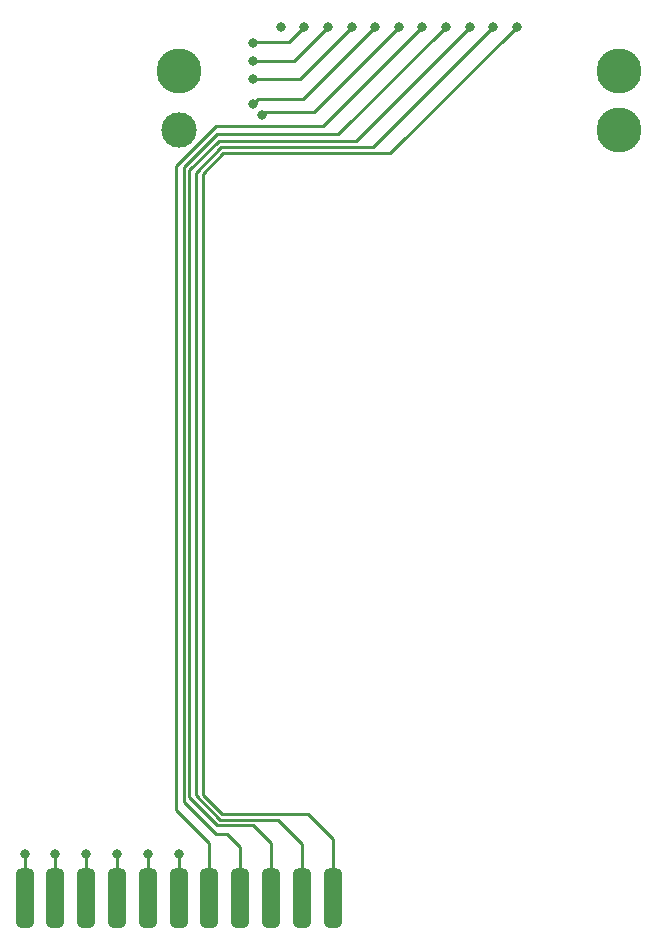
<source format=gbl>
G04 #@! TF.GenerationSoftware,KiCad,Pcbnew,7.0.7*
G04 #@! TF.CreationDate,2024-12-02T13:55:21+01:00*
G04 #@! TF.ProjectId,Finger_FSR_V1_height,46696e67-6572-45f4-9653-525f56315f68,rev?*
G04 #@! TF.SameCoordinates,Original*
G04 #@! TF.FileFunction,Copper,L2,Bot*
G04 #@! TF.FilePolarity,Positive*
%FSLAX46Y46*%
G04 Gerber Fmt 4.6, Leading zero omitted, Abs format (unit mm)*
G04 Created by KiCad (PCBNEW 7.0.7) date 2024-12-02 13:55:21*
%MOMM*%
%LPD*%
G01*
G04 APERTURE LIST*
G04 Aperture macros list*
%AMRoundRect*
0 Rectangle with rounded corners*
0 $1 Rounding radius*
0 $2 $3 $4 $5 $6 $7 $8 $9 X,Y pos of 4 corners*
0 Add a 4 corners polygon primitive as box body*
4,1,4,$2,$3,$4,$5,$6,$7,$8,$9,$2,$3,0*
0 Add four circle primitives for the rounded corners*
1,1,$1+$1,$2,$3*
1,1,$1+$1,$4,$5*
1,1,$1+$1,$6,$7*
1,1,$1+$1,$8,$9*
0 Add four rect primitives between the rounded corners*
20,1,$1+$1,$2,$3,$4,$5,0*
20,1,$1+$1,$4,$5,$6,$7,0*
20,1,$1+$1,$6,$7,$8,$9,0*
20,1,$1+$1,$8,$9,$2,$3,0*%
G04 Aperture macros list end*
G04 #@! TA.AperFunction,ComponentPad*
%ADD10C,3.000000*%
G04 #@! TD*
G04 #@! TA.AperFunction,ComponentPad*
%ADD11C,3.800000*%
G04 #@! TD*
G04 #@! TA.AperFunction,SMDPad,CuDef*
%ADD12RoundRect,0.375000X0.375000X-2.125000X0.375000X2.125000X-0.375000X2.125000X-0.375000X-2.125000X0*%
G04 #@! TD*
G04 #@! TA.AperFunction,ViaPad*
%ADD13C,0.800000*%
G04 #@! TD*
G04 #@! TA.AperFunction,Conductor*
%ADD14C,0.250000*%
G04 #@! TD*
G04 APERTURE END LIST*
D10*
X116150000Y-78650000D03*
D11*
X116150000Y-73650000D03*
X153450000Y-78650000D03*
X153450000Y-73650000D03*
D12*
X116149996Y-143650000D03*
X108324999Y-143650000D03*
X123974995Y-143650000D03*
X121366662Y-143650000D03*
X113541663Y-143650000D03*
X110933330Y-143650000D03*
X129191661Y-143650000D03*
X105716666Y-143650000D03*
X126583328Y-143650000D03*
X118758329Y-143650000D03*
X103108333Y-143650000D03*
D13*
X124800000Y-69900000D03*
X103108333Y-139940000D03*
X105716666Y-139940000D03*
X122430000Y-71235000D03*
X126800000Y-69900000D03*
X128800000Y-69900000D03*
X122430000Y-72820000D03*
X108324999Y-139940000D03*
X110933330Y-139940000D03*
X130800000Y-69900000D03*
X122430000Y-74290000D03*
X132800000Y-69900000D03*
X122430000Y-76440000D03*
X113541663Y-139940000D03*
X134800000Y-69900000D03*
X123250000Y-77400000D03*
X116149996Y-139940000D03*
X136800000Y-69900000D03*
X138800000Y-69900000D03*
X140800000Y-69900000D03*
X142800000Y-69900000D03*
X144800000Y-69900000D03*
D14*
X103108333Y-139981667D02*
X103120000Y-139993334D01*
X103120000Y-143638333D02*
X103108333Y-143650000D01*
X103120000Y-139993334D02*
X103120000Y-143638333D01*
X122365000Y-71235000D02*
X122430000Y-71235000D01*
X122430000Y-71235000D02*
X122435000Y-71230000D01*
X105730000Y-139940000D02*
X105730000Y-143636666D01*
X122435000Y-71230000D02*
X125470000Y-71230000D01*
X125470000Y-71230000D02*
X126800000Y-69900000D01*
X105730000Y-143636666D02*
X105716666Y-143650000D01*
X108324999Y-139940000D02*
X108324999Y-143650000D01*
X125890000Y-72810000D02*
X128800000Y-69900000D01*
X122420000Y-72810000D02*
X125890000Y-72810000D01*
X122410000Y-72820000D02*
X122420000Y-72810000D01*
X122430000Y-74290000D02*
X126410000Y-74290000D01*
X126410000Y-74290000D02*
X130800000Y-69900000D01*
X110933330Y-143650000D02*
X110933330Y-139940000D01*
X113541663Y-143650000D02*
X113541663Y-139940000D01*
X122430000Y-76440000D02*
X122860000Y-76010000D01*
X122860000Y-76010000D02*
X126690000Y-76010000D01*
X126690000Y-76010000D02*
X132800000Y-69900000D01*
X123250000Y-77400000D02*
X123560000Y-77090000D01*
X123560000Y-77090000D02*
X127610000Y-77090000D01*
X127610000Y-77090000D02*
X134800000Y-69900000D01*
X116149996Y-143650000D02*
X116149996Y-139940000D01*
X128360000Y-78340000D02*
X119340000Y-78340000D01*
X136800000Y-69900000D02*
X128360000Y-78340000D01*
X118770000Y-139040000D02*
X118770000Y-143638329D01*
X119340000Y-78340000D02*
X115960000Y-81720000D01*
X115960000Y-81720000D02*
X115960000Y-136230000D01*
X118770000Y-143638329D02*
X118758329Y-143650000D01*
X115960000Y-136230000D02*
X118770000Y-139040000D01*
X129690000Y-79010000D02*
X138800000Y-69900000D01*
X119370000Y-79010000D02*
X129690000Y-79010000D01*
X116570000Y-81810000D02*
X119370000Y-79010000D01*
X121366662Y-139316662D02*
X120280000Y-138230000D01*
X116570000Y-135510000D02*
X116570000Y-81810000D01*
X121366662Y-143650000D02*
X121366662Y-139316662D01*
X119290000Y-138230000D02*
X116570000Y-135510000D01*
X120280000Y-138230000D02*
X119290000Y-138230000D01*
X122430000Y-137490000D02*
X119440000Y-137490000D01*
X119570000Y-79560000D02*
X131140000Y-79560000D01*
X117070000Y-135120000D02*
X117070000Y-82060000D01*
X119440000Y-137490000D02*
X117070000Y-135120000D01*
X117070000Y-82060000D02*
X119570000Y-79560000D01*
X123974995Y-143650000D02*
X123974995Y-139034995D01*
X131140000Y-79560000D02*
X140800000Y-69900000D01*
X123974995Y-139034995D02*
X122430000Y-137490000D01*
X119740000Y-80120000D02*
X117620000Y-82240000D01*
X119677442Y-137040000D02*
X124570000Y-137040000D01*
X142800000Y-69900000D02*
X132580000Y-80120000D01*
X126583328Y-143650000D02*
X126583328Y-139106672D01*
X117620000Y-134982558D02*
X119677442Y-137040000D01*
X132580000Y-80120000D02*
X119740000Y-80120000D01*
X126583328Y-139106672D02*
X126610000Y-139080000D01*
X124570000Y-137040000D02*
X126610000Y-139080000D01*
X117620000Y-82240000D02*
X117620000Y-134982558D01*
X118180000Y-134906162D02*
X118180000Y-82380000D01*
X129191661Y-143650000D02*
X129191661Y-138701661D01*
X127080000Y-136590000D02*
X119863838Y-136590000D01*
X134090000Y-80610000D02*
X144800000Y-69900000D01*
X118180000Y-82380000D02*
X119950000Y-80610000D01*
X119950000Y-80610000D02*
X134090000Y-80610000D01*
X129191661Y-138701661D02*
X127080000Y-136590000D01*
X119863838Y-136590000D02*
X118180000Y-134906162D01*
M02*

</source>
